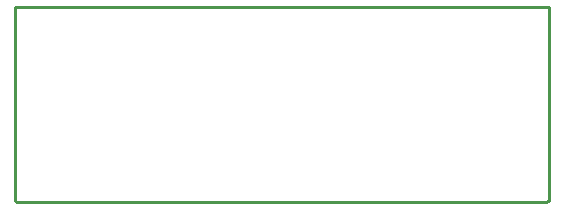
<source format=gko>
%FSTAX23Y23*%
%MOIN*%
%SFA1B1*%

%IPPOS*%
%ADD12C,0.010000*%
%LNpcb1-1*%
%LPD*%
G54D12*
X02155Y0064D02*
D01*
X02154Y0064*
X02154Y0064*
X02154Y00641*
X02154Y00641*
X02154Y00641*
X02154Y00642*
X02154Y00642*
X02154Y00642*
X02154Y00642*
X02153Y00643*
X02153Y00643*
X02153Y00643*
X02153Y00643*
X02152Y00644*
X02152Y00644*
X02152Y00644*
X02151Y00644*
X02151Y00644*
X02151Y00644*
X0215Y00644*
X0215Y00644*
X0215Y00644*
X0215Y00645*
X02155Y0064D02*
D01*
X02154Y0064*
X02154Y0064*
X02154Y00641*
X02154Y00641*
X02154Y00641*
X02154Y00642*
X02154Y00642*
X02154Y00642*
X02154Y00642*
X02153Y00643*
X02153Y00643*
X02153Y00643*
X02153Y00643*
X02152Y00644*
X02152Y00644*
X02152Y00644*
X02151Y00644*
X02151Y00644*
X02151Y00644*
X0215Y00644*
X0215Y00644*
X0215Y00644*
X0215Y00645*
Y-00005D02*
D01*
X0215Y-00004*
X0215Y-00004*
X02151Y-00004*
X02151Y-00004*
X02151Y-00004*
X02152Y-00004*
X02152Y-00004*
X02152Y-00004*
X02152Y-00004*
X02153Y-00003*
X02153Y-00003*
X02153Y-00003*
X02153Y-00003*
X02154Y-00002*
X02154Y-00002*
X02154Y-00002*
X02154Y-00001*
X02154Y-00001*
X02154Y-00001*
X02154Y0*
X02154Y0*
X02154Y0*
X02155Y0*
X0215Y-00005D02*
D01*
X0215Y-00004*
X0215Y-00004*
X02151Y-00004*
X02151Y-00004*
X02151Y-00004*
X02152Y-00004*
X02152Y-00004*
X02152Y-00004*
X02152Y-00004*
X02153Y-00003*
X02153Y-00003*
X02153Y-00003*
X02153Y-00003*
X02154Y-00002*
X02154Y-00002*
X02154Y-00002*
X02154Y-00001*
X02154Y-00001*
X02154Y-00001*
X02154Y0*
X02154Y0*
X02154Y0*
X02155Y0*
X0038Y00645D02*
D01*
X00379Y00644*
X00379Y00644*
X00378Y00644*
X00378Y00644*
X00378Y00644*
X00377Y00644*
X00377Y00644*
X00377Y00644*
X00377Y00644*
X00376Y00643*
X00376Y00643*
X00376Y00643*
X00376Y00643*
X00375Y00642*
X00375Y00642*
X00375Y00642*
X00375Y00641*
X00375Y00641*
X00375Y00641*
X00375Y0064*
X00375Y0064*
X00375Y0064*
X00375Y0064*
X0038Y00645D02*
D01*
X00379Y00644*
X00379Y00644*
X00378Y00644*
X00378Y00644*
X00378Y00644*
X00377Y00644*
X00377Y00644*
X00377Y00644*
X00377Y00644*
X00376Y00643*
X00376Y00643*
X00376Y00643*
X00376Y00643*
X00375Y00642*
X00375Y00642*
X00375Y00642*
X00375Y00641*
X00375Y00641*
X00375Y00641*
X00375Y0064*
X00375Y0064*
X00375Y0064*
X00375Y0064*
Y0D02*
D01*
X00375Y0*
X00375Y0*
X00375Y-00001*
X00375Y-00001*
X00375Y-00001*
X00375Y-00002*
X00375Y-00002*
X00375Y-00002*
X00375Y-00002*
X00376Y-00003*
X00376Y-00003*
X00376Y-00003*
X00376Y-00003*
X00377Y-00004*
X00377Y-00004*
X00377Y-00004*
X00378Y-00004*
X00378Y-00004*
X00378Y-00004*
X00379Y-00004*
X00379Y-00004*
X00379Y-00004*
X0038Y-00005*
X00375Y0D02*
D01*
X00375Y0*
X00375Y0*
X00375Y-00001*
X00375Y-00001*
X00375Y-00001*
X00375Y-00002*
X00375Y-00002*
X00375Y-00002*
X00375Y-00002*
X00376Y-00003*
X00376Y-00003*
X00376Y-00003*
X00376Y-00003*
X00377Y-00004*
X00377Y-00004*
X00377Y-00004*
X00378Y-00004*
X00378Y-00004*
X00378Y-00004*
X00379Y-00004*
X00379Y-00004*
X00379Y-00004*
X0038Y-00005*
X02155Y0D02*
Y0064D01*
X0038Y00645D02*
X0215D01*
X0038Y-00005D02*
X0215D01*
X00375Y0D02*
Y0064D01*
M02*
</source>
